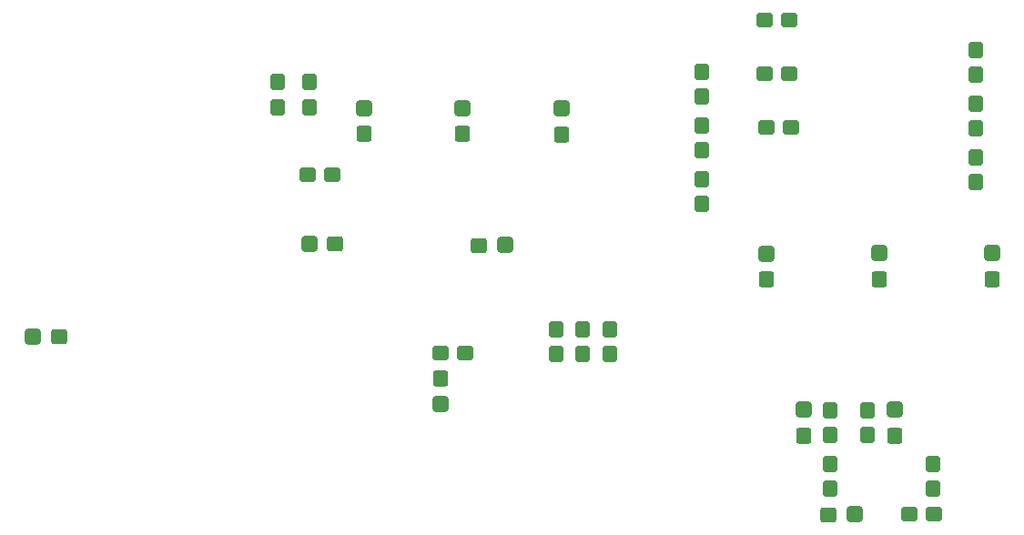
<source format=gbr>
%TF.GenerationSoftware,KiCad,Pcbnew,9.0.0*%
%TF.CreationDate,2025-10-29T06:17:34+08:00*%
%TF.ProjectId,TSAL_G_V4_2,5453414c-5f47-45f5-9634-5f322e6b6963,rev?*%
%TF.SameCoordinates,Original*%
%TF.FileFunction,Paste,Bot*%
%TF.FilePolarity,Positive*%
%FSLAX46Y46*%
G04 Gerber Fmt 4.6, Leading zero omitted, Abs format (unit mm)*
G04 Created by KiCad (PCBNEW 9.0.0) date 2025-10-29 06:17:34*
%MOMM*%
%LPD*%
G01*
G04 APERTURE LIST*
G04 Aperture macros list*
%AMRoundRect*
0 Rectangle with rounded corners*
0 $1 Rounding radius*
0 $2 $3 $4 $5 $6 $7 $8 $9 X,Y pos of 4 corners*
0 Add a 4 corners polygon primitive as box body*
4,1,4,$2,$3,$4,$5,$6,$7,$8,$9,$2,$3,0*
0 Add four circle primitives for the rounded corners*
1,1,$1+$1,$2,$3*
1,1,$1+$1,$4,$5*
1,1,$1+$1,$6,$7*
1,1,$1+$1,$8,$9*
0 Add four rect primitives between the rounded corners*
20,1,$1+$1,$2,$3,$4,$5,0*
20,1,$1+$1,$4,$5,$6,$7,0*
20,1,$1+$1,$6,$7,$8,$9,0*
20,1,$1+$1,$8,$9,$2,$3,0*%
G04 Aperture macros list end*
%ADD10RoundRect,0.305575X-0.460025X-0.412525X0.460025X-0.412525X0.460025X0.412525X-0.460025X0.412525X0*%
%ADD11RoundRect,0.308511X-0.457089X-0.416489X0.457089X-0.416489X0.457089X0.416489X-0.457089X0.416489X0*%
%ADD12RoundRect,0.278125X-0.389375X0.474375X-0.389375X-0.474375X0.389375X-0.474375X0.389375X0.474375X0*%
%ADD13RoundRect,0.278125X-0.474375X-0.389375X0.474375X-0.389375X0.474375X0.389375X-0.474375X0.389375X0*%
%ADD14RoundRect,0.305575X0.412525X-0.460025X0.412525X0.460025X-0.412525X0.460025X-0.412525X-0.460025X0*%
%ADD15RoundRect,0.308511X0.416489X-0.457089X0.416489X0.457089X-0.416489X0.457089X-0.416489X-0.457089X0*%
%ADD16RoundRect,0.305575X0.460025X0.412525X-0.460025X0.412525X-0.460025X-0.412525X0.460025X-0.412525X0*%
%ADD17RoundRect,0.308511X0.457089X0.416489X-0.457089X0.416489X-0.457089X-0.416489X0.457089X-0.416489X0*%
%ADD18RoundRect,0.278125X0.389375X-0.474375X0.389375X0.474375X-0.389375X0.474375X-0.389375X-0.474375X0*%
%ADD19RoundRect,0.278125X0.474375X0.389375X-0.474375X0.389375X-0.474375X-0.389375X0.474375X-0.389375X0*%
%ADD20RoundRect,0.305575X-0.412525X0.460025X-0.412525X-0.460025X0.412525X-0.460025X0.412525X0.460025X0*%
%ADD21RoundRect,0.308511X-0.416489X0.457089X-0.416489X-0.457089X0.416489X-0.457089X0.416489X0.457089X0*%
G04 APERTURE END LIST*
D10*
%TO.C,C14*%
X109284400Y-69506900D03*
D11*
X111715600Y-69500000D03*
%TD*%
D12*
%TO.C,R12*%
X141967500Y-84847500D03*
X141967500Y-87152500D03*
%TD*%
D13*
%TO.C,R33*%
X136000000Y-58532500D03*
X138305000Y-58532500D03*
%TD*%
%TO.C,R36*%
X105695000Y-79500000D03*
X108000000Y-79500000D03*
%TD*%
D14*
%TO.C,C15*%
X136006900Y-72715600D03*
D15*
X136000000Y-70284400D03*
%TD*%
D14*
%TO.C,C17*%
X117006900Y-59215600D03*
D15*
X117000000Y-56784400D03*
%TD*%
D16*
%TO.C,C6*%
X70215600Y-77993100D03*
D17*
X67784400Y-78000000D03*
%TD*%
D18*
%TO.C,R45*%
X93532500Y-56652500D03*
X93532500Y-54347500D03*
%TD*%
D14*
%TO.C,C19*%
X107763042Y-59168100D03*
D15*
X107756142Y-56736900D03*
%TD*%
D12*
%TO.C,R10*%
X141967500Y-89847500D03*
X141967500Y-92152500D03*
%TD*%
D19*
%TO.C,R50*%
X95652500Y-62967500D03*
X93347500Y-62967500D03*
%TD*%
D14*
%TO.C,C18*%
X98601900Y-59168100D03*
D15*
X98595000Y-56736900D03*
%TD*%
D18*
%TO.C,R27*%
X130032500Y-60652500D03*
X130032500Y-58347500D03*
%TD*%
D12*
%TO.C,R48*%
X121467500Y-77347500D03*
X121467500Y-79652500D03*
%TD*%
D18*
%TO.C,R13*%
X151532500Y-92152500D03*
X151532500Y-89847500D03*
%TD*%
D16*
%TO.C,C12*%
X95945600Y-69373100D03*
D17*
X93514400Y-69380000D03*
%TD*%
D18*
%TO.C,R35*%
X155532500Y-63652500D03*
X155532500Y-61347500D03*
%TD*%
D12*
%TO.C,R47*%
X118967500Y-77347500D03*
X118967500Y-79652500D03*
%TD*%
D18*
%TO.C,R25*%
X155532500Y-58652500D03*
X155532500Y-56347500D03*
%TD*%
D10*
%TO.C,C2*%
X141834400Y-94566900D03*
D11*
X144265600Y-94560000D03*
%TD*%
D13*
%TO.C,R22*%
X135847500Y-53532500D03*
X138152500Y-53532500D03*
%TD*%
D18*
%TO.C,R43*%
X90532500Y-56652500D03*
X90532500Y-54347500D03*
%TD*%
D14*
%TO.C,C16*%
X146506900Y-72675600D03*
D15*
X146500000Y-70244400D03*
%TD*%
D14*
%TO.C,C3*%
X148006900Y-87215600D03*
D15*
X148000000Y-84784400D03*
%TD*%
D13*
%TO.C,R14*%
X149347500Y-94532500D03*
X151652500Y-94532500D03*
%TD*%
D18*
%TO.C,R30*%
X130032500Y-55652500D03*
X130032500Y-53347500D03*
%TD*%
%TO.C,R31*%
X155532500Y-53652500D03*
X155532500Y-51347500D03*
%TD*%
D12*
%TO.C,R11*%
X145467500Y-84847500D03*
X145467500Y-87152500D03*
%TD*%
D20*
%TO.C,C20*%
X105763100Y-81880000D03*
D21*
X105770000Y-84311200D03*
%TD*%
D12*
%TO.C,R49*%
X116467500Y-77347500D03*
X116467500Y-79652500D03*
%TD*%
D18*
%TO.C,R20*%
X130032500Y-65652500D03*
X130032500Y-63347500D03*
%TD*%
D14*
%TO.C,C4*%
X139506900Y-87215600D03*
D15*
X139500000Y-84784400D03*
%TD*%
D13*
%TO.C,R29*%
X135847500Y-48532500D03*
X138152500Y-48532500D03*
%TD*%
D14*
%TO.C,C13*%
X157006900Y-72675600D03*
D15*
X157000000Y-70244400D03*
%TD*%
M02*

</source>
